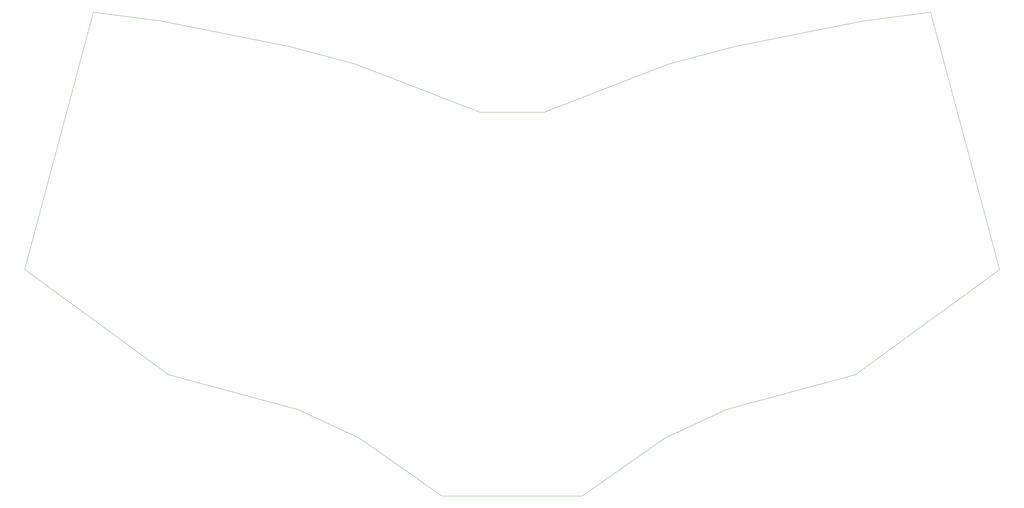
<source format=gm1>
G04 #@! TF.GenerationSoftware,KiCad,Pcbnew,9.0.7*
G04 #@! TF.CreationDate,2026-02-21T19:35:19+09:00*
G04 #@! TF.ProjectId,bottom-plate,626f7474-6f6d-42d7-906c-6174652e6b69,rev?*
G04 #@! TF.SameCoordinates,Original*
G04 #@! TF.FileFunction,Profile,NP*
%FSLAX46Y46*%
G04 Gerber Fmt 4.6, Leading zero omitted, Abs format (unit mm)*
G04 Created by KiCad (PCBNEW 9.0.7) date 2026-02-21 19:35:19*
%MOMM*%
%LPD*%
G01*
G04 APERTURE LIST*
G04 #@! TA.AperFunction,Profile*
%ADD10C,0.050000*%
G04 #@! TD*
G04 APERTURE END LIST*
D10*
X269494002Y-58369200D02*
X288239201Y-54660798D01*
X89306401Y-155905205D02*
X48107603Y-125780802D01*
X105613203Y-58369203D02*
X124358402Y-62077602D01*
X167538402Y-190601599D02*
X143967205Y-174091599D01*
X126339603Y-165862001D02*
X89306401Y-155905205D01*
X178409596Y-80821695D02*
X196748402Y-80821691D01*
X142748001Y-67005197D02*
X178409596Y-80821695D01*
X288239201Y-54660798D02*
X307340006Y-52171603D01*
X124358402Y-62077602D02*
X142748001Y-67005197D01*
X67818003Y-52171600D02*
X86918801Y-54660794D01*
X196748402Y-80821691D02*
X232410005Y-67005202D01*
X232410005Y-67005202D02*
X250799600Y-62077598D01*
X248818399Y-165862006D02*
X231190803Y-174091599D01*
X327050400Y-125831606D02*
X285800803Y-155905200D01*
X143967205Y-174091599D02*
X126339603Y-165862001D01*
X250799600Y-62077598D02*
X269494002Y-58369200D01*
X307340006Y-52171603D02*
X327050400Y-125831606D01*
X285800803Y-155905200D02*
X248818399Y-165862006D01*
X207619600Y-190601597D02*
X167538402Y-190601599D01*
X231190803Y-174091599D02*
X207619600Y-190601597D01*
X86918801Y-54660794D02*
X105613203Y-58369203D01*
X48107603Y-125780802D02*
X67818003Y-52171600D01*
M02*

</source>
